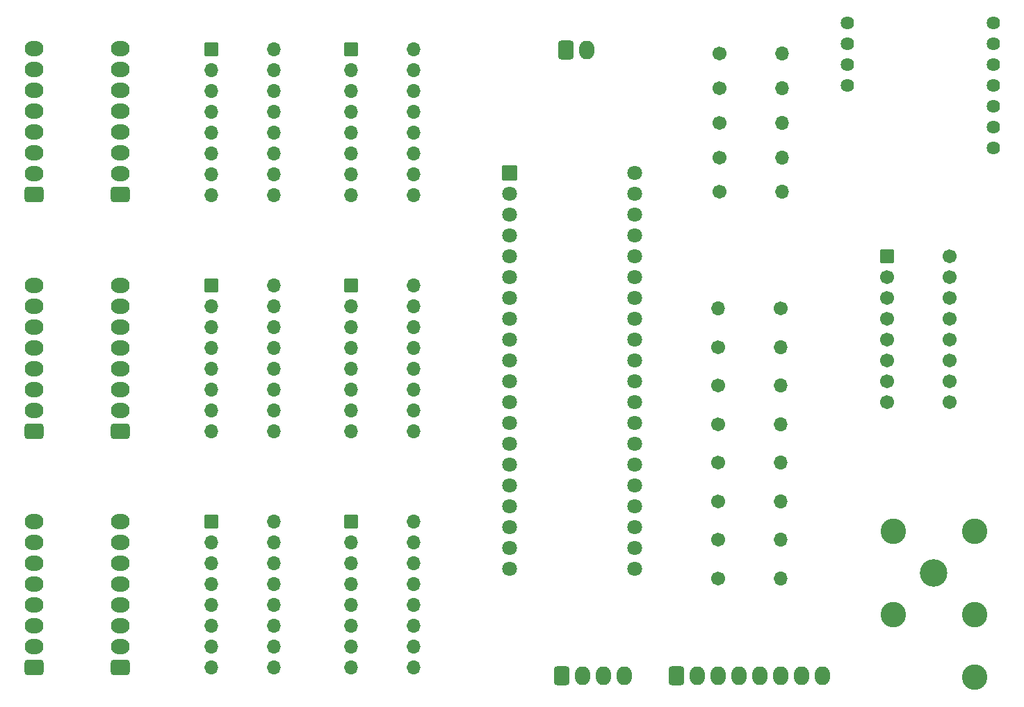
<source format=gbr>
%TF.GenerationSoftware,KiCad,Pcbnew,7.0.9*%
%TF.CreationDate,2024-01-02T20:59:46+01:00*%
%TF.ProjectId,daisy-drums,64616973-792d-4647-9275-6d732e6b6963,v01*%
%TF.SameCoordinates,Original*%
%TF.FileFunction,Soldermask,Top*%
%TF.FilePolarity,Negative*%
%FSLAX46Y46*%
G04 Gerber Fmt 4.6, Leading zero omitted, Abs format (unit mm)*
G04 Created by KiCad (PCBNEW 7.0.9) date 2024-01-02 20:59:46*
%MOMM*%
%LPD*%
G01*
G04 APERTURE LIST*
G04 Aperture macros list*
%AMRoundRect*
0 Rectangle with rounded corners*
0 $1 Rounding radius*
0 $2 $3 $4 $5 $6 $7 $8 $9 X,Y pos of 4 corners*
0 Add a 4 corners polygon primitive as box body*
4,1,4,$2,$3,$4,$5,$6,$7,$8,$9,$2,$3,0*
0 Add four circle primitives for the rounded corners*
1,1,$1+$1,$2,$3*
1,1,$1+$1,$4,$5*
1,1,$1+$1,$6,$7*
1,1,$1+$1,$8,$9*
0 Add four rect primitives between the rounded corners*
20,1,$1+$1,$2,$3,$4,$5,0*
20,1,$1+$1,$4,$5,$6,$7,0*
20,1,$1+$1,$6,$7,$8,$9,0*
20,1,$1+$1,$8,$9,$2,$3,0*%
G04 Aperture macros list end*
%ADD10C,1.701600*%
%ADD11O,1.701600X1.701600*%
%ADD12RoundRect,0.050800X-0.800000X-0.800000X0.800000X-0.800000X0.800000X0.800000X-0.800000X0.800000X0*%
%ADD13RoundRect,0.050800X-0.850000X-0.850000X0.850000X-0.850000X0.850000X0.850000X-0.850000X0.850000X0*%
%ADD14C,1.801600*%
%ADD15RoundRect,0.300800X-0.620000X-0.845000X0.620000X-0.845000X0.620000X0.845000X-0.620000X0.845000X0*%
%ADD16O,1.841600X2.291600*%
%ADD17C,3.351600*%
%ADD18C,3.101600*%
%ADD19RoundRect,0.300800X0.845000X-0.620000X0.845000X0.620000X-0.845000X0.620000X-0.845000X-0.620000X0*%
%ADD20O,2.291600X1.841600*%
%ADD21C,1.625600*%
G04 APERTURE END LIST*
D10*
%TO.C,R1*%
X217373200Y-58258312D03*
D11*
X224993200Y-58258312D03*
%TD*%
D10*
%TO.C,R11*%
X217170000Y-100185690D03*
D11*
X224790000Y-100185690D03*
%TD*%
D10*
%TO.C,R7*%
X217170000Y-81403538D03*
D11*
X224790000Y-81403538D03*
%TD*%
D12*
%TO.C,U6*%
X237744000Y-70340000D03*
D10*
X237744000Y-72880000D03*
X237744000Y-75420000D03*
X237744000Y-77960000D03*
X237744000Y-80500000D03*
X237744000Y-83040000D03*
X237744000Y-85580000D03*
X237744000Y-88120000D03*
X245364000Y-88120000D03*
X245364000Y-85580000D03*
X245364000Y-83040000D03*
X245364000Y-80500000D03*
X245364000Y-77960000D03*
X245364000Y-75420000D03*
X245364000Y-72880000D03*
X245364000Y-70340000D03*
%TD*%
D13*
%TO.C,A1*%
X191770000Y-60198000D03*
D14*
X191770000Y-62738000D03*
X191770000Y-65278000D03*
X191770000Y-67818000D03*
X191770000Y-70358000D03*
X191770000Y-72898000D03*
X191770000Y-75438000D03*
X191770000Y-77978000D03*
X191770000Y-80518000D03*
X191770000Y-83058000D03*
X191770000Y-85598000D03*
X191770000Y-88138000D03*
X191770000Y-90678000D03*
X191770000Y-93218000D03*
X191770000Y-95758000D03*
X191770000Y-98298000D03*
X191770000Y-100838000D03*
X191770000Y-103378000D03*
X191770000Y-105918000D03*
X191770000Y-108458000D03*
X207010000Y-108458000D03*
X207010000Y-105918000D03*
X207010000Y-103378000D03*
X207010000Y-100838000D03*
X207010000Y-98298000D03*
X207010000Y-95758000D03*
X207010000Y-93218000D03*
X207010000Y-90678000D03*
X207010000Y-88138000D03*
X207010000Y-85598000D03*
X207010000Y-83058000D03*
X207010000Y-80518000D03*
X207010000Y-77978000D03*
X207010000Y-75438000D03*
X207010000Y-72898000D03*
X207010000Y-70358000D03*
X207010000Y-67818000D03*
X207010000Y-65278000D03*
X207010000Y-62738000D03*
X207010000Y-60198000D03*
%TD*%
D12*
%TO.C,U5*%
X172466000Y-45059600D03*
D11*
X172466000Y-47599600D03*
X172466000Y-50139600D03*
X172466000Y-52679600D03*
X172466000Y-55219600D03*
X172466000Y-57759600D03*
X172466000Y-60299600D03*
X172466000Y-62839600D03*
X180086000Y-62839600D03*
X180086000Y-60299600D03*
X180086000Y-57759600D03*
X180086000Y-55219600D03*
X180086000Y-52679600D03*
X180086000Y-50139600D03*
X180086000Y-47599600D03*
X180086000Y-45059600D03*
%TD*%
D15*
%TO.C,J2*%
X198628000Y-45212000D03*
D16*
X201168000Y-45212000D03*
%TD*%
D10*
%TO.C,R10*%
X217170000Y-95490152D03*
D11*
X224790000Y-95490152D03*
%TD*%
D15*
%TO.C,J12*%
X198120000Y-121452000D03*
D16*
X200660000Y-121452000D03*
X203200000Y-121452000D03*
X205740000Y-121452000D03*
%TD*%
D10*
%TO.C,R3*%
X217373200Y-49806942D03*
D11*
X224993200Y-49806942D03*
%TD*%
D15*
%TO.C,J11*%
X212090000Y-121452000D03*
D16*
X214630000Y-121452000D03*
X217170000Y-121452000D03*
X219710000Y-121452000D03*
X222250000Y-121452000D03*
X224790000Y-121452000D03*
X227330000Y-121452000D03*
X229870000Y-121452000D03*
%TD*%
D17*
%TO.C,CON1*%
X243457000Y-108966000D03*
D18*
X248412000Y-114046000D03*
X238502000Y-114046000D03*
X248412000Y-121666000D03*
X248412000Y-103886000D03*
X238502000Y-103886000D03*
%TD*%
D19*
%TO.C,J7*%
X144414400Y-91628200D03*
D20*
X144414400Y-89088200D03*
X144414400Y-86548200D03*
X144414400Y-84008200D03*
X144414400Y-81468200D03*
X144414400Y-78928200D03*
X144414400Y-76388200D03*
X144414400Y-73848200D03*
%TD*%
D12*
%TO.C,U2*%
X155458000Y-45059600D03*
D11*
X155458000Y-47599600D03*
X155458000Y-50139600D03*
X155458000Y-52679600D03*
X155458000Y-55219600D03*
X155458000Y-57759600D03*
X155458000Y-60299600D03*
X155458000Y-62839600D03*
X163078000Y-62839600D03*
X163078000Y-60299600D03*
X163078000Y-57759600D03*
X163078000Y-55219600D03*
X163078000Y-52679600D03*
X163078000Y-50139600D03*
X163078000Y-47599600D03*
X163078000Y-45059600D03*
%TD*%
D10*
%TO.C,R2*%
X217373200Y-54032627D03*
D11*
X224993200Y-54032627D03*
%TD*%
D10*
%TO.C,R6*%
X224790000Y-76708000D03*
D11*
X217170000Y-76708000D03*
%TD*%
D10*
%TO.C,R5*%
X217373200Y-62484000D03*
D11*
X224993200Y-62484000D03*
%TD*%
D21*
%TO.C,J1*%
X232918000Y-46990000D03*
X250698000Y-54610000D03*
X250698000Y-46990000D03*
X232918000Y-44450000D03*
X250698000Y-44450000D03*
X250698000Y-52070000D03*
X232918000Y-41910000D03*
X250698000Y-49530000D03*
X232918000Y-49530000D03*
X250698000Y-41910000D03*
X250698000Y-57150000D03*
%TD*%
D10*
%TO.C,R8*%
X217170000Y-86099076D03*
D11*
X224790000Y-86099076D03*
%TD*%
D12*
%TO.C,U1*%
X155458000Y-102666800D03*
D11*
X155458000Y-105206800D03*
X155458000Y-107746800D03*
X155458000Y-110286800D03*
X155458000Y-112826800D03*
X155458000Y-115366800D03*
X155458000Y-117906800D03*
X155458000Y-120446800D03*
X163078000Y-120446800D03*
X163078000Y-117906800D03*
X163078000Y-115366800D03*
X163078000Y-112826800D03*
X163078000Y-110286800D03*
X163078000Y-107746800D03*
X163078000Y-105206800D03*
X163078000Y-102666800D03*
%TD*%
D19*
%TO.C,J4*%
X133848000Y-91628200D03*
D20*
X133848000Y-89088200D03*
X133848000Y-86548200D03*
X133848000Y-84008200D03*
X133848000Y-81468200D03*
X133848000Y-78928200D03*
X133848000Y-76388200D03*
X133848000Y-73848200D03*
%TD*%
D12*
%TO.C,U7*%
X155458000Y-73863200D03*
D11*
X155458000Y-76403200D03*
X155458000Y-78943200D03*
X155458000Y-81483200D03*
X155458000Y-84023200D03*
X155458000Y-86563200D03*
X155458000Y-89103200D03*
X155458000Y-91643200D03*
X163078000Y-91643200D03*
X163078000Y-89103200D03*
X163078000Y-86563200D03*
X163078000Y-84023200D03*
X163078000Y-81483200D03*
X163078000Y-78943200D03*
X163078000Y-76403200D03*
X163078000Y-73863200D03*
%TD*%
D10*
%TO.C,R12*%
X217170000Y-104881228D03*
D11*
X224790000Y-104881228D03*
%TD*%
D19*
%TO.C,J5*%
X133848000Y-120431800D03*
D20*
X133848000Y-117891800D03*
X133848000Y-115351800D03*
X133848000Y-112811800D03*
X133848000Y-110271800D03*
X133848000Y-107731800D03*
X133848000Y-105191800D03*
X133848000Y-102651800D03*
%TD*%
D19*
%TO.C,J8*%
X144414400Y-120431800D03*
D20*
X144414400Y-117891800D03*
X144414400Y-115351800D03*
X144414400Y-112811800D03*
X144414400Y-110271800D03*
X144414400Y-107731800D03*
X144414400Y-105191800D03*
X144414400Y-102651800D03*
%TD*%
D19*
%TO.C,J6*%
X144414400Y-62824600D03*
D20*
X144414400Y-60284600D03*
X144414400Y-57744600D03*
X144414400Y-55204600D03*
X144414400Y-52664600D03*
X144414400Y-50124600D03*
X144414400Y-47584600D03*
X144414400Y-45044600D03*
%TD*%
D10*
%TO.C,R9*%
X217170000Y-90794614D03*
D11*
X224790000Y-90794614D03*
%TD*%
D10*
%TO.C,R4*%
X217373200Y-45581257D03*
D11*
X224993200Y-45581257D03*
%TD*%
D10*
%TO.C,R13*%
X217170000Y-109576767D03*
D11*
X224790000Y-109576767D03*
%TD*%
D12*
%TO.C,U3*%
X172466000Y-102666800D03*
D11*
X172466000Y-105206800D03*
X172466000Y-107746800D03*
X172466000Y-110286800D03*
X172466000Y-112826800D03*
X172466000Y-115366800D03*
X172466000Y-117906800D03*
X172466000Y-120446800D03*
X180086000Y-120446800D03*
X180086000Y-117906800D03*
X180086000Y-115366800D03*
X180086000Y-112826800D03*
X180086000Y-110286800D03*
X180086000Y-107746800D03*
X180086000Y-105206800D03*
X180086000Y-102666800D03*
%TD*%
D19*
%TO.C,J3*%
X133848000Y-62824600D03*
D20*
X133848000Y-60284600D03*
X133848000Y-57744600D03*
X133848000Y-55204600D03*
X133848000Y-52664600D03*
X133848000Y-50124600D03*
X133848000Y-47584600D03*
X133848000Y-45044600D03*
%TD*%
D12*
%TO.C,U4*%
X172466000Y-73863200D03*
D11*
X172466000Y-76403200D03*
X172466000Y-78943200D03*
X172466000Y-81483200D03*
X172466000Y-84023200D03*
X172466000Y-86563200D03*
X172466000Y-89103200D03*
X172466000Y-91643200D03*
X180086000Y-91643200D03*
X180086000Y-89103200D03*
X180086000Y-86563200D03*
X180086000Y-84023200D03*
X180086000Y-81483200D03*
X180086000Y-78943200D03*
X180086000Y-76403200D03*
X180086000Y-73863200D03*
%TD*%
M02*

</source>
